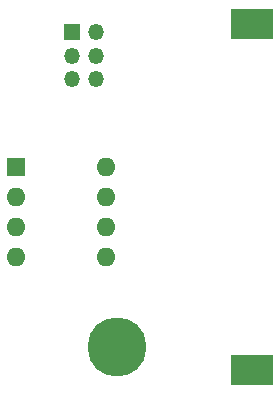
<source format=gbr>
%TF.GenerationSoftware,KiCad,Pcbnew,(5.1.8)-1*%
%TF.CreationDate,2021-03-25T23:04:17+02:00*%
%TF.ProjectId,charlie_keychain,63686172-6c69-4655-9f6b-657963686169,rev?*%
%TF.SameCoordinates,Original*%
%TF.FileFunction,Soldermask,Bot*%
%TF.FilePolarity,Negative*%
%FSLAX46Y46*%
G04 Gerber Fmt 4.6, Leading zero omitted, Abs format (unit mm)*
G04 Created by KiCad (PCBNEW (5.1.8)-1) date 2021-03-25 23:04:17*
%MOMM*%
%LPD*%
G01*
G04 APERTURE LIST*
%ADD10O,1.600000X1.600000*%
%ADD11R,1.600000X1.600000*%
%ADD12R,3.600000X2.600000*%
%ADD13C,5.000000*%
%ADD14C,2.900000*%
%ADD15O,1.350000X1.350000*%
%ADD16R,1.350000X1.350000*%
G04 APERTURE END LIST*
D10*
%TO.C,U1*%
X113366618Y-69850000D03*
X105746618Y-77470000D03*
X113366618Y-72390000D03*
X105746618Y-74930000D03*
X113366618Y-74930000D03*
X105746618Y-72390000D03*
X113366618Y-77470000D03*
D11*
X105746618Y-69850000D03*
%TD*%
D12*
%TO.C,BT1*%
X125730000Y-87040000D03*
X125730000Y-57740000D03*
%TD*%
D13*
%TO.C,H1*%
X114300000Y-85090000D03*
D14*
X114300000Y-85090000D03*
%TD*%
D15*
%TO.C,J1*%
X112490000Y-62420000D03*
X110490000Y-62420000D03*
X112490000Y-60420000D03*
X110490000Y-60420000D03*
X112490000Y-58420000D03*
D16*
X110490000Y-58420000D03*
%TD*%
M02*

</source>
